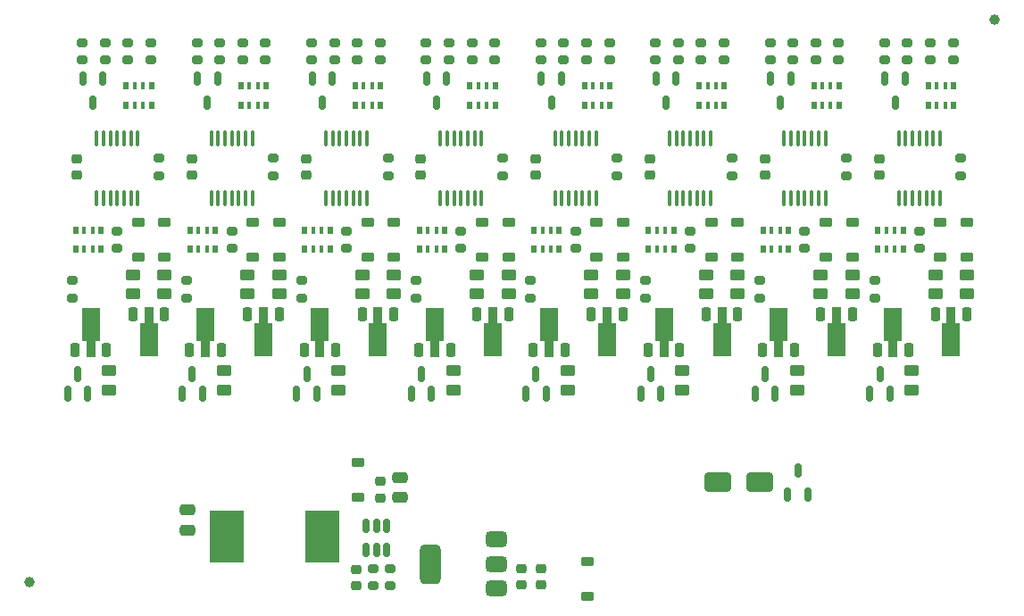
<source format=gbr>
%TF.GenerationSoftware,KiCad,Pcbnew,9.0.0*%
%TF.CreationDate,2025-03-19T14:29:07+05:00*%
%TF.ProjectId,TC_OAMP,54435f4f-414d-4502-9e6b-696361645f70,rev?*%
%TF.SameCoordinates,Original*%
%TF.FileFunction,Paste,Top*%
%TF.FilePolarity,Positive*%
%FSLAX46Y46*%
G04 Gerber Fmt 4.6, Leading zero omitted, Abs format (unit mm)*
G04 Created by KiCad (PCBNEW 9.0.0) date 2025-03-19 14:29:07*
%MOMM*%
%LPD*%
G01*
G04 APERTURE LIST*
G04 Aperture macros list*
%AMRoundRect*
0 Rectangle with rounded corners*
0 $1 Rounding radius*
0 $2 $3 $4 $5 $6 $7 $8 $9 X,Y pos of 4 corners*
0 Add a 4 corners polygon primitive as box body*
4,1,4,$2,$3,$4,$5,$6,$7,$8,$9,$2,$3,0*
0 Add four circle primitives for the rounded corners*
1,1,$1+$1,$2,$3*
1,1,$1+$1,$4,$5*
1,1,$1+$1,$6,$7*
1,1,$1+$1,$8,$9*
0 Add four rect primitives between the rounded corners*
20,1,$1+$1,$2,$3,$4,$5,0*
20,1,$1+$1,$4,$5,$6,$7,0*
20,1,$1+$1,$6,$7,$8,$9,0*
20,1,$1+$1,$8,$9,$2,$3,0*%
%AMFreePoly0*
4,1,9,3.862500,-0.866500,0.737500,-0.866500,0.737500,-0.450000,-0.737500,-0.450000,-0.737500,0.450000,0.737500,0.450000,0.737500,0.866500,3.862500,0.866500,3.862500,-0.866500,3.862500,-0.866500,$1*%
G04 Aperture macros list end*
%ADD10RoundRect,0.225000X0.375000X-0.225000X0.375000X0.225000X-0.375000X0.225000X-0.375000X-0.225000X0*%
%ADD11RoundRect,0.225000X-0.375000X0.225000X-0.375000X-0.225000X0.375000X-0.225000X0.375000X0.225000X0*%
%ADD12RoundRect,0.200000X-0.275000X0.200000X-0.275000X-0.200000X0.275000X-0.200000X0.275000X0.200000X0*%
%ADD13RoundRect,0.250000X-0.450000X0.262500X-0.450000X-0.262500X0.450000X-0.262500X0.450000X0.262500X0*%
%ADD14R,3.175000X4.950000*%
%ADD15RoundRect,0.225000X0.225000X-0.425000X0.225000X0.425000X-0.225000X0.425000X-0.225000X-0.425000X0*%
%ADD16FreePoly0,90.000000*%
%ADD17R,0.500000X0.800000*%
%ADD18R,0.400000X0.800000*%
%ADD19RoundRect,0.225000X-0.250000X0.225000X-0.250000X-0.225000X0.250000X-0.225000X0.250000X0.225000X0*%
%ADD20RoundRect,0.250000X0.475000X-0.250000X0.475000X0.250000X-0.475000X0.250000X-0.475000X-0.250000X0*%
%ADD21RoundRect,0.150000X0.150000X-0.512500X0.150000X0.512500X-0.150000X0.512500X-0.150000X-0.512500X0*%
%ADD22C,1.000000*%
%ADD23RoundRect,0.100000X-0.100000X0.637500X-0.100000X-0.637500X0.100000X-0.637500X0.100000X0.637500X0*%
%ADD24RoundRect,0.200000X0.275000X-0.200000X0.275000X0.200000X-0.275000X0.200000X-0.275000X-0.200000X0*%
%ADD25RoundRect,0.225000X-0.225000X0.425000X-0.225000X-0.425000X0.225000X-0.425000X0.225000X0.425000X0*%
%ADD26FreePoly0,270.000000*%
%ADD27RoundRect,0.150000X0.150000X-0.587500X0.150000X0.587500X-0.150000X0.587500X-0.150000X-0.587500X0*%
%ADD28RoundRect,0.250000X0.450000X-0.262500X0.450000X0.262500X-0.450000X0.262500X-0.450000X-0.262500X0*%
%ADD29RoundRect,0.150000X-0.150000X0.512500X-0.150000X-0.512500X0.150000X-0.512500X0.150000X0.512500X0*%
%ADD30RoundRect,0.375000X0.625000X0.375000X-0.625000X0.375000X-0.625000X-0.375000X0.625000X-0.375000X0*%
%ADD31RoundRect,0.500000X0.500000X1.400000X-0.500000X1.400000X-0.500000X-1.400000X0.500000X-1.400000X0*%
%ADD32RoundRect,0.225000X0.250000X-0.225000X0.250000X0.225000X-0.250000X0.225000X-0.250000X-0.225000X0*%
%ADD33RoundRect,0.250000X-1.000000X-0.650000X1.000000X-0.650000X1.000000X0.650000X-1.000000X0.650000X0*%
G04 APERTURE END LIST*
D10*
%TO.C,D24*%
X193550000Y-101917499D03*
X193550000Y-98617499D03*
%TD*%
D11*
%TO.C,D23*%
X191050000Y-98617499D03*
X191050000Y-101917499D03*
%TD*%
D12*
%TO.C,R1*%
X114003333Y-81579999D03*
X114003333Y-83229999D03*
%TD*%
%TO.C,R53*%
X166179524Y-81579999D03*
X166179524Y-83229999D03*
%TD*%
%TO.C,R11*%
X124871904Y-81579999D03*
X124871904Y-83229999D03*
%TD*%
D13*
%TO.C,R49*%
X160944286Y-103604999D03*
X160944286Y-105429999D03*
%TD*%
D14*
%TO.C,L1*%
X132385000Y-128400000D03*
X123370000Y-128400000D03*
%TD*%
D12*
%TO.C,R35*%
X148775714Y-81579999D03*
X148775714Y-83229999D03*
%TD*%
D15*
%TO.C,Q7*%
X130707143Y-110767499D03*
D16*
X132207143Y-110679999D03*
D15*
X133707143Y-110767499D03*
%TD*%
D11*
%TO.C,D20*%
X180181429Y-98617499D03*
X180181429Y-101917499D03*
%TD*%
D17*
%TO.C,RN13*%
X181431429Y-85717499D03*
D18*
X180631429Y-85717499D03*
X179831429Y-85717499D03*
D17*
X179031429Y-85717499D03*
X179031429Y-87517499D03*
D18*
X179831429Y-87517499D03*
X180631429Y-87517499D03*
D17*
X181431429Y-87517499D03*
%TD*%
D19*
%TO.C,C3*%
X130907143Y-92629999D03*
X130907143Y-94179999D03*
%TD*%
D12*
%TO.C,R21*%
X135740476Y-81579999D03*
X135740476Y-83229999D03*
%TD*%
D13*
%TO.C,R80*%
X188300000Y-112692499D03*
X188300000Y-114517499D03*
%TD*%
D20*
%TO.C,C12*%
X119675000Y-127829999D03*
X119675000Y-125930001D03*
%TD*%
D13*
%TO.C,R19*%
X128338571Y-103604999D03*
X128338571Y-105429999D03*
%TD*%
D21*
%TO.C,D26*%
X176570001Y-124477500D03*
X178469999Y-124477500D03*
X177520000Y-122202500D03*
%TD*%
D10*
%TO.C,D15*%
X160944286Y-101917499D03*
X160944286Y-98617499D03*
%TD*%
D22*
%TO.C,REF\u002A\u002A*%
X104670000Y-132770000D03*
%TD*%
D12*
%TO.C,R16*%
X123838571Y-99442499D03*
X123838571Y-101092499D03*
%TD*%
D13*
%TO.C,R79*%
X193550000Y-103604999D03*
X193550000Y-105429999D03*
%TD*%
D17*
%TO.C,RN1*%
X116220000Y-85717499D03*
D18*
X115420000Y-85717499D03*
X114620000Y-85717499D03*
D17*
X113820000Y-85717499D03*
X113820000Y-87517499D03*
D18*
X114620000Y-87517499D03*
X115420000Y-87517499D03*
D17*
X116220000Y-87517499D03*
%TD*%
D23*
%TO.C,DA6*%
X169262857Y-90654999D03*
X168612857Y-90654999D03*
X167962857Y-90654999D03*
X167312857Y-90654999D03*
X166662857Y-90654999D03*
X166012857Y-90654999D03*
X165362857Y-90654999D03*
X165362857Y-96379999D03*
X166012857Y-96379999D03*
X166662857Y-96379999D03*
X167312857Y-96379999D03*
X167962857Y-96379999D03*
X168612857Y-96379999D03*
X169262857Y-96379999D03*
%TD*%
D11*
%TO.C,D2*%
X114970000Y-98617499D03*
X114970000Y-101917499D03*
%TD*%
D17*
%TO.C,RN4*%
X122288571Y-99367499D03*
D18*
X121488571Y-99367499D03*
X120688571Y-99367499D03*
D17*
X119888571Y-99367499D03*
X119888571Y-101167499D03*
D18*
X120688571Y-101167499D03*
X121488571Y-101167499D03*
D17*
X122288571Y-101167499D03*
%TD*%
D12*
%TO.C,R42*%
X153144286Y-81579999D03*
X153144286Y-83229999D03*
%TD*%
D24*
%TO.C,R14*%
X127788571Y-94229999D03*
X127788571Y-92579999D03*
%TD*%
D12*
%TO.C,R45*%
X159644286Y-81579999D03*
X159644286Y-83229999D03*
%TD*%
D19*
%TO.C,C4*%
X141775714Y-92629999D03*
X141775714Y-94179999D03*
%TD*%
D10*
%TO.C,D12*%
X150075714Y-101917499D03*
X150075714Y-98617499D03*
%TD*%
D13*
%TO.C,R50*%
X155694286Y-112692499D03*
X155694286Y-114517499D03*
%TD*%
D12*
%TO.C,R17*%
X119578571Y-104152499D03*
X119578571Y-105802499D03*
%TD*%
D25*
%TO.C,Q3*%
X117470000Y-107317499D03*
D26*
X115970000Y-107405000D03*
D25*
X114470000Y-107317499D03*
%TD*%
D24*
%TO.C,R4*%
X116920000Y-94229999D03*
X116920000Y-92579999D03*
%TD*%
D12*
%TO.C,R2*%
X109670000Y-81579999D03*
X109670000Y-83229999D03*
%TD*%
D27*
%TO.C,Q2*%
X108270000Y-114892500D03*
X110170000Y-114892500D03*
X109220000Y-113017499D03*
%TD*%
D28*
%TO.C,R48*%
X157944286Y-105429999D03*
X157944286Y-103604999D03*
%TD*%
D17*
%TO.C,RN8*%
X144025714Y-99367499D03*
D18*
X143225714Y-99367499D03*
X142425714Y-99367499D03*
D17*
X141625714Y-99367499D03*
X141625714Y-101167499D03*
D18*
X142425714Y-101167499D03*
X143225714Y-101167499D03*
D17*
X144025714Y-101167499D03*
%TD*%
D13*
%TO.C,R20*%
X123088571Y-112692499D03*
X123088571Y-114517499D03*
%TD*%
D29*
%TO.C,D1*%
X111619998Y-85017499D03*
X109720000Y-85017499D03*
X110669999Y-87292499D03*
%TD*%
%TO.C,D19*%
X176831428Y-85017499D03*
X174931428Y-85017499D03*
X175881428Y-87292499D03*
%TD*%
D12*
%TO.C,R13*%
X122705238Y-81579999D03*
X122705238Y-83229999D03*
%TD*%
%TO.C,R15*%
X127038571Y-81579999D03*
X127038571Y-83229999D03*
%TD*%
D27*
%TO.C,Q5*%
X119138571Y-114892500D03*
X121038571Y-114892500D03*
X120088571Y-113017500D03*
%TD*%
D13*
%TO.C,R69*%
X182681429Y-103604999D03*
X182681429Y-105429999D03*
%TD*%
D11*
%TO.C,D8*%
X136707143Y-98617499D03*
X136707143Y-101917499D03*
%TD*%
D12*
%TO.C,R22*%
X131407143Y-81579999D03*
X131407143Y-83229999D03*
%TD*%
D19*
%TO.C,C2*%
X120038571Y-92629999D03*
X120038571Y-94179999D03*
%TD*%
D12*
%TO.C,R23*%
X133573810Y-81579999D03*
X133573810Y-83229999D03*
%TD*%
D23*
%TO.C,DA8*%
X191000000Y-90654999D03*
X190350000Y-90654999D03*
X189700000Y-90654999D03*
X189050000Y-90654999D03*
X188400000Y-90654999D03*
X187750000Y-90654999D03*
X187100000Y-90654999D03*
X187100000Y-96379999D03*
X187750000Y-96379999D03*
X188400000Y-96379999D03*
X189050000Y-96379999D03*
X189700000Y-96379999D03*
X190350000Y-96379999D03*
X191000000Y-96379999D03*
%TD*%
D17*
%TO.C,RN2*%
X111420000Y-99367499D03*
D18*
X110620000Y-99367499D03*
X109820000Y-99367499D03*
D17*
X109020000Y-99367499D03*
X109020000Y-101167499D03*
D18*
X109820000Y-101167499D03*
X110620000Y-101167499D03*
D17*
X111420000Y-101167499D03*
%TD*%
D25*
%TO.C,Q6*%
X128338571Y-107317499D03*
D26*
X126838571Y-107404999D03*
D25*
X125338571Y-107317499D03*
%TD*%
D12*
%TO.C,R62*%
X174881429Y-81579999D03*
X174881429Y-83229999D03*
%TD*%
D19*
%TO.C,C5*%
X152644286Y-92629999D03*
X152644286Y-94179999D03*
%TD*%
D12*
%TO.C,R26*%
X134707143Y-99442499D03*
X134707143Y-101092499D03*
%TD*%
%TO.C,R47*%
X152184286Y-104152499D03*
X152184286Y-105802499D03*
%TD*%
%TO.C,R6*%
X112970000Y-99442499D03*
X112970000Y-101092499D03*
%TD*%
D15*
%TO.C,Q4*%
X119838571Y-110767499D03*
D16*
X121338571Y-110679999D03*
D15*
X122838571Y-110767499D03*
%TD*%
D19*
%TO.C,C6*%
X163512857Y-92629999D03*
X163512857Y-94179999D03*
%TD*%
D25*
%TO.C,Q18*%
X171812857Y-107317499D03*
D26*
X170312857Y-107404999D03*
D25*
X168812857Y-107317499D03*
%TD*%
D13*
%TO.C,R39*%
X150075714Y-103604999D03*
X150075714Y-105429999D03*
%TD*%
D12*
%TO.C,R3*%
X111836667Y-81579999D03*
X111836667Y-83229999D03*
%TD*%
D17*
%TO.C,RN16*%
X187500000Y-99367499D03*
D18*
X186700000Y-99367499D03*
X185900000Y-99367499D03*
D17*
X185100000Y-99367499D03*
X185100000Y-101167499D03*
D18*
X185900000Y-101167499D03*
X186700000Y-101167499D03*
D17*
X187500000Y-101167499D03*
%TD*%
D11*
%TO.C,D14*%
X158444286Y-98617499D03*
X158444286Y-101917499D03*
%TD*%
D28*
%TO.C,R78*%
X190550000Y-105429999D03*
X190550000Y-103604999D03*
%TD*%
D13*
%TO.C,R59*%
X171812857Y-103604999D03*
X171812857Y-105429999D03*
%TD*%
D12*
%TO.C,R37*%
X141315714Y-104152499D03*
X141315714Y-105802499D03*
%TD*%
D29*
%TO.C,D7*%
X133357142Y-85017499D03*
X131457142Y-85017499D03*
X132407142Y-87292499D03*
%TD*%
D23*
%TO.C,DA5*%
X158394286Y-90654999D03*
X157744286Y-90654999D03*
X157094286Y-90654999D03*
X156444286Y-90654999D03*
X155794286Y-90654999D03*
X155144286Y-90654999D03*
X154494286Y-90654999D03*
X154494286Y-96379999D03*
X155144286Y-96379999D03*
X155794286Y-96379999D03*
X156444286Y-96379999D03*
X157094286Y-96379999D03*
X157744286Y-96379999D03*
X158394286Y-96379999D03*
%TD*%
D24*
%TO.C,R24*%
X138657143Y-94229999D03*
X138657143Y-92579999D03*
%TD*%
D17*
%TO.C,RN5*%
X137957143Y-85717499D03*
D18*
X137157143Y-85717499D03*
X136357143Y-85717499D03*
D17*
X135557143Y-85717499D03*
X135557143Y-87517499D03*
D18*
X136357143Y-87517499D03*
X137157143Y-87517499D03*
D17*
X137957143Y-87517499D03*
%TD*%
D12*
%TO.C,R56*%
X167312857Y-99442499D03*
X167312857Y-101092499D03*
%TD*%
D10*
%TO.C,D3*%
X117470000Y-101917499D03*
X117470000Y-98617499D03*
%TD*%
D30*
%TO.C,U1*%
X148930000Y-133332499D03*
X148929999Y-131032499D03*
D31*
X142630001Y-131032499D03*
D30*
X148930000Y-128732499D03*
%TD*%
D23*
%TO.C,DA3*%
X136657143Y-90654999D03*
X136007143Y-90654999D03*
X135357143Y-90654999D03*
X134707143Y-90654999D03*
X134057143Y-90654999D03*
X133407143Y-90654999D03*
X132757143Y-90654999D03*
X132757143Y-96379999D03*
X133407143Y-96379999D03*
X134057143Y-96379999D03*
X134707143Y-96379999D03*
X135357143Y-96379999D03*
X136007143Y-96379999D03*
X136657143Y-96379999D03*
%TD*%
D12*
%TO.C,R31*%
X146609047Y-81579999D03*
X146609047Y-83229999D03*
%TD*%
D20*
%TO.C,C9*%
X139747500Y-124712499D03*
X139747500Y-122812501D03*
%TD*%
D25*
%TO.C,Q24*%
X193550000Y-107317499D03*
D26*
X192050000Y-107404999D03*
D25*
X190550000Y-107317499D03*
%TD*%
D13*
%TO.C,R40*%
X144825714Y-112692499D03*
X144825714Y-114517499D03*
%TD*%
D29*
%TO.C,D13*%
X155094285Y-85017499D03*
X153194285Y-85017499D03*
X154144285Y-87292499D03*
%TD*%
D12*
%TO.C,R61*%
X179214762Y-81579999D03*
X179214762Y-83229999D03*
%TD*%
D19*
%TO.C,C8*%
X185250000Y-92629999D03*
X185250000Y-94179999D03*
%TD*%
D28*
%TO.C,R58*%
X168812857Y-105429999D03*
X168812857Y-103604999D03*
%TD*%
D11*
%TO.C,D11*%
X147575714Y-98617499D03*
X147575714Y-101917499D03*
%TD*%
D15*
%TO.C,Q19*%
X174181429Y-110767499D03*
D16*
X175681429Y-110679999D03*
D15*
X177181429Y-110767499D03*
%TD*%
D25*
%TO.C,Q15*%
X160944286Y-107317499D03*
D26*
X159444286Y-107404999D03*
D25*
X157944286Y-107317499D03*
%TD*%
%TO.C,Q21*%
X182681429Y-107317499D03*
D26*
X181181429Y-107404999D03*
D25*
X179681429Y-107317499D03*
%TD*%
D12*
%TO.C,R63*%
X177048096Y-81579999D03*
X177048096Y-83229999D03*
%TD*%
D27*
%TO.C,Q14*%
X151744286Y-114892500D03*
X153644286Y-114892500D03*
X152694286Y-113017500D03*
%TD*%
D12*
%TO.C,R12*%
X120538571Y-81579999D03*
X120538571Y-83229999D03*
%TD*%
D15*
%TO.C,Q22*%
X185050000Y-110767499D03*
D16*
X186550000Y-110679999D03*
D15*
X188050000Y-110767499D03*
%TD*%
D11*
%TO.C,D25*%
X157560000Y-130832500D03*
X157560000Y-134132500D03*
%TD*%
D29*
%TO.C,D16*%
X165962856Y-85017499D03*
X164062856Y-85017499D03*
X165012856Y-87292499D03*
%TD*%
D12*
%TO.C,R46*%
X156444286Y-99442499D03*
X156444286Y-101092499D03*
%TD*%
D10*
%TO.C,D18*%
X171812857Y-101917499D03*
X171812857Y-98617499D03*
%TD*%
D12*
%TO.C,R25*%
X137907143Y-81579999D03*
X137907143Y-83229999D03*
%TD*%
D19*
%TO.C,C11*%
X135657500Y-131535000D03*
X135657500Y-133085000D03*
%TD*%
D17*
%TO.C,RN15*%
X192300000Y-85717499D03*
D18*
X191500000Y-85717499D03*
X190700000Y-85717499D03*
D17*
X189900000Y-85717499D03*
X189900000Y-87517499D03*
D18*
X190700000Y-87517499D03*
X191500000Y-87517499D03*
D17*
X192300000Y-87517499D03*
%TD*%
D15*
%TO.C,Q1*%
X108970000Y-110767499D03*
D16*
X110470000Y-110679998D03*
D15*
X111970000Y-110767499D03*
%TD*%
D29*
%TO.C,D4*%
X122488570Y-85017499D03*
X120588570Y-85017499D03*
X121538570Y-87292499D03*
%TD*%
D15*
%TO.C,Q10*%
X141575714Y-110767499D03*
D16*
X143075714Y-110679999D03*
D15*
X144575714Y-110767499D03*
%TD*%
D11*
%TO.C,D17*%
X169312857Y-98617499D03*
X169312857Y-101917499D03*
%TD*%
D17*
%TO.C,RN12*%
X165762857Y-99367499D03*
D18*
X164962857Y-99367499D03*
X164162857Y-99367499D03*
D17*
X163362857Y-99367499D03*
X163362857Y-101167499D03*
D18*
X164162857Y-101167499D03*
X164962857Y-101167499D03*
D17*
X165762857Y-101167499D03*
%TD*%
D28*
%TO.C,R18*%
X125338571Y-105429999D03*
X125338571Y-103604999D03*
%TD*%
D27*
%TO.C,Q23*%
X184350000Y-114892500D03*
X186250000Y-114892500D03*
X185300000Y-113017500D03*
%TD*%
D12*
%TO.C,R27*%
X130447143Y-104152499D03*
X130447143Y-105802499D03*
%TD*%
D29*
%TO.C,D22*%
X187699999Y-85017499D03*
X185799999Y-85017499D03*
X186749999Y-87292499D03*
%TD*%
D23*
%TO.C,DA7*%
X180131429Y-90654999D03*
X179481429Y-90654999D03*
X178831429Y-90654999D03*
X178181429Y-90654999D03*
X177531429Y-90654999D03*
X176881429Y-90654999D03*
X176231429Y-90654999D03*
X176231429Y-96379999D03*
X176881429Y-96379999D03*
X177531429Y-96379999D03*
X178181429Y-96379999D03*
X178831429Y-96379999D03*
X179481429Y-96379999D03*
X180131429Y-96379999D03*
%TD*%
D12*
%TO.C,R32*%
X142275714Y-81579999D03*
X142275714Y-83229999D03*
%TD*%
D17*
%TO.C,RN3*%
X127088571Y-85717499D03*
D18*
X126288571Y-85717499D03*
X125488571Y-85717499D03*
D17*
X124688571Y-85717499D03*
X124688571Y-87517499D03*
D18*
X125488571Y-87517499D03*
X126288571Y-87517499D03*
D17*
X127088571Y-87517499D03*
%TD*%
%TO.C,RN10*%
X154894286Y-99367499D03*
D18*
X154094286Y-99367499D03*
X153294286Y-99367499D03*
D17*
X152494286Y-99367499D03*
X152494286Y-101167499D03*
D18*
X153294286Y-101167499D03*
X154094286Y-101167499D03*
D17*
X154894286Y-101167499D03*
%TD*%
D10*
%TO.C,D6*%
X128338571Y-101917499D03*
X128338571Y-98617499D03*
%TD*%
D13*
%TO.C,R10*%
X112220000Y-112692499D03*
X112220000Y-114517499D03*
%TD*%
%TO.C,R70*%
X177431429Y-112692499D03*
X177431429Y-114517499D03*
%TD*%
D12*
%TO.C,R65*%
X181381429Y-81579999D03*
X181381429Y-83229999D03*
%TD*%
D23*
%TO.C,DA2*%
X125788571Y-90654999D03*
X125138571Y-90654999D03*
X124488571Y-90654999D03*
X123838571Y-90654999D03*
X123188571Y-90654999D03*
X122538571Y-90654999D03*
X121888571Y-90654999D03*
X121888571Y-96379999D03*
X122538571Y-96379999D03*
X123188571Y-96379999D03*
X123838571Y-96379999D03*
X124488571Y-96379999D03*
X125138571Y-96379999D03*
X125788571Y-96379999D03*
%TD*%
D17*
%TO.C,RN7*%
X148825714Y-85717499D03*
D18*
X148025714Y-85717499D03*
X147225714Y-85717499D03*
D17*
X146425714Y-85717499D03*
X146425714Y-87517499D03*
D18*
X147225714Y-87517499D03*
X148025714Y-87517499D03*
D17*
X148825714Y-87517499D03*
%TD*%
D25*
%TO.C,Q9*%
X139207143Y-107317499D03*
D26*
X137707143Y-107404999D03*
D25*
X136207143Y-107317499D03*
%TD*%
D12*
%TO.C,R55*%
X170512857Y-81579999D03*
X170512857Y-83229999D03*
%TD*%
D24*
%TO.C,R34*%
X149525714Y-94229999D03*
X149525714Y-92579999D03*
%TD*%
D32*
%TO.C,C10*%
X137917500Y-124757500D03*
X137917500Y-123207500D03*
%TD*%
D24*
%TO.C,R82*%
X138817500Y-133135000D03*
X138817500Y-131485000D03*
%TD*%
D12*
%TO.C,R66*%
X178181429Y-99442499D03*
X178181429Y-101092499D03*
%TD*%
%TO.C,R57*%
X163052857Y-104152499D03*
X163052857Y-105802499D03*
%TD*%
%TO.C,R7*%
X108710000Y-104152499D03*
X108710000Y-105802499D03*
%TD*%
D29*
%TO.C,D10*%
X144225713Y-85017499D03*
X142325713Y-85017499D03*
X143275713Y-87292499D03*
%TD*%
D12*
%TO.C,R77*%
X184790000Y-104152499D03*
X184790000Y-105802499D03*
%TD*%
%TO.C,R76*%
X189050000Y-99442499D03*
X189050000Y-101092499D03*
%TD*%
D13*
%TO.C,R30*%
X133957143Y-112692499D03*
X133957143Y-114517499D03*
%TD*%
D24*
%TO.C,R54*%
X171262857Y-94229999D03*
X171262857Y-92579999D03*
%TD*%
D33*
%TO.C,D27*%
X169889999Y-123290000D03*
X173890001Y-123290000D03*
%TD*%
D12*
%TO.C,R36*%
X145575714Y-99442499D03*
X145575714Y-101092499D03*
%TD*%
D28*
%TO.C,R38*%
X147075714Y-105429999D03*
X147075714Y-103604999D03*
%TD*%
%TO.C,R68*%
X179681429Y-105429999D03*
X179681429Y-103604999D03*
%TD*%
D11*
%TO.C,D5*%
X125838571Y-98617499D03*
X125838571Y-101917499D03*
%TD*%
D19*
%TO.C,C7*%
X174381429Y-92629999D03*
X174381429Y-94179999D03*
%TD*%
D12*
%TO.C,R73*%
X187916667Y-81579999D03*
X187916667Y-83229999D03*
%TD*%
D28*
%TO.C,R28*%
X136207143Y-105429999D03*
X136207143Y-103604999D03*
%TD*%
D10*
%TO.C,D9*%
X139207143Y-101917499D03*
X139207143Y-98617499D03*
%TD*%
D28*
%TO.C,R8*%
X114470000Y-105429999D03*
X114470000Y-103604999D03*
%TD*%
D25*
%TO.C,Q12*%
X150075714Y-107317499D03*
D26*
X148575714Y-107404999D03*
D25*
X147075714Y-107317499D03*
%TD*%
D13*
%TO.C,R9*%
X117470000Y-103604999D03*
X117470000Y-105429999D03*
%TD*%
D12*
%TO.C,R67*%
X173921429Y-104152499D03*
X173921429Y-105802499D03*
%TD*%
D27*
%TO.C,Q11*%
X140875714Y-114892500D03*
X142775714Y-114892500D03*
X141825714Y-113017500D03*
%TD*%
D24*
%TO.C,R64*%
X182131429Y-94229999D03*
X182131429Y-92579999D03*
%TD*%
%TO.C,R44*%
X160394286Y-94229999D03*
X160394286Y-92579999D03*
%TD*%
D12*
%TO.C,R5*%
X116170000Y-81579999D03*
X116170000Y-83229999D03*
%TD*%
D13*
%TO.C,R29*%
X139207143Y-103604999D03*
X139207143Y-105429999D03*
%TD*%
D19*
%TO.C,C1*%
X109170000Y-92629999D03*
X109170000Y-94179999D03*
%TD*%
D27*
%TO.C,Q20*%
X173481429Y-114892500D03*
X175381429Y-114892500D03*
X174431429Y-113017500D03*
%TD*%
D19*
%TO.C,C14*%
X151280001Y-131457502D03*
X151280001Y-133007502D03*
%TD*%
%TO.C,C13*%
X153190000Y-131485000D03*
X153190000Y-133035000D03*
%TD*%
D15*
%TO.C,Q16*%
X163312857Y-110767499D03*
D16*
X164812857Y-110679999D03*
D15*
X166312857Y-110767499D03*
%TD*%
D12*
%TO.C,R52*%
X164012857Y-81579999D03*
X164012857Y-83229999D03*
%TD*%
D21*
%TO.C,D28*%
X136605001Y-129667500D03*
X137555000Y-129667500D03*
X138504999Y-129667500D03*
X138504999Y-127392500D03*
X137555000Y-127392500D03*
X136605001Y-127392500D03*
%TD*%
D12*
%TO.C,R72*%
X185750000Y-81579999D03*
X185750000Y-83229999D03*
%TD*%
%TO.C,R81*%
X137217500Y-131485000D03*
X137217500Y-133135000D03*
%TD*%
%TO.C,R75*%
X192250000Y-81579999D03*
X192250000Y-83229999D03*
%TD*%
%TO.C,R33*%
X144442381Y-81579999D03*
X144442381Y-83229999D03*
%TD*%
%TO.C,R43*%
X155310953Y-81579999D03*
X155310953Y-83229999D03*
%TD*%
D15*
%TO.C,Q13*%
X152444286Y-110767499D03*
D16*
X153944286Y-110679999D03*
D15*
X155444286Y-110767499D03*
%TD*%
D17*
%TO.C,RN11*%
X170562857Y-85717499D03*
D18*
X169762857Y-85717499D03*
X168962857Y-85717499D03*
D17*
X168162857Y-85717499D03*
X168162857Y-87517499D03*
D18*
X168962857Y-87517499D03*
X169762857Y-87517499D03*
D17*
X170562857Y-87517499D03*
%TD*%
D10*
%TO.C,D29*%
X135847500Y-124717500D03*
X135847500Y-121417500D03*
%TD*%
%TO.C,D21*%
X182681429Y-101917499D03*
X182681429Y-98617499D03*
%TD*%
D23*
%TO.C,DA4*%
X147525714Y-90654999D03*
X146875714Y-90654999D03*
X146225714Y-90654999D03*
X145575714Y-90654999D03*
X144925714Y-90654999D03*
X144275714Y-90654999D03*
X143625714Y-90654999D03*
X143625714Y-96379999D03*
X144275714Y-96379999D03*
X144925714Y-96379999D03*
X145575714Y-96379999D03*
X146225714Y-96379999D03*
X146875714Y-96379999D03*
X147525714Y-96379999D03*
%TD*%
D17*
%TO.C,RN9*%
X159694286Y-85717499D03*
D18*
X158894286Y-85717499D03*
X158094286Y-85717499D03*
D17*
X157294286Y-85717499D03*
X157294286Y-87517499D03*
D18*
X158094286Y-87517499D03*
X158894286Y-87517499D03*
D17*
X159694286Y-87517499D03*
%TD*%
D22*
%TO.C,REF\u002A\u002A*%
X196190000Y-79410000D03*
%TD*%
D12*
%TO.C,R71*%
X190083333Y-81579999D03*
X190083333Y-83229999D03*
%TD*%
D17*
%TO.C,RN6*%
X133157143Y-99367499D03*
D18*
X132357143Y-99367499D03*
X131557143Y-99367499D03*
D17*
X130757143Y-99367499D03*
X130757143Y-101167499D03*
D18*
X131557143Y-101167499D03*
X132357143Y-101167499D03*
D17*
X133157143Y-101167499D03*
%TD*%
D12*
%TO.C,R51*%
X168346190Y-81579999D03*
X168346190Y-83229999D03*
%TD*%
D23*
%TO.C,DA1*%
X114920000Y-90654999D03*
X114270000Y-90654999D03*
X113620000Y-90654999D03*
X112970000Y-90654999D03*
X112320000Y-90654999D03*
X111670000Y-90654999D03*
X111020000Y-90654999D03*
X111020000Y-96379999D03*
X111670000Y-96379999D03*
X112320000Y-96379999D03*
X112970000Y-96379999D03*
X113620000Y-96379999D03*
X114270000Y-96379999D03*
X114920000Y-96379999D03*
%TD*%
D13*
%TO.C,R60*%
X166562857Y-112692499D03*
X166562857Y-114517499D03*
%TD*%
D27*
%TO.C,Q17*%
X162612857Y-114892500D03*
X164512857Y-114892500D03*
X163562857Y-113017500D03*
%TD*%
D24*
%TO.C,R74*%
X193000000Y-94229999D03*
X193000000Y-92579999D03*
%TD*%
D17*
%TO.C,RN14*%
X176631429Y-99367499D03*
D18*
X175831429Y-99367499D03*
X175031429Y-99367499D03*
D17*
X174231429Y-99367499D03*
X174231429Y-101167499D03*
D18*
X175031429Y-101167499D03*
X175831429Y-101167499D03*
D17*
X176631429Y-101167499D03*
%TD*%
D12*
%TO.C,R41*%
X157477619Y-81579999D03*
X157477619Y-83229999D03*
%TD*%
D27*
%TO.C,Q8*%
X130007143Y-114892500D03*
X131907143Y-114892500D03*
X130957143Y-113017500D03*
%TD*%
M02*

</source>
